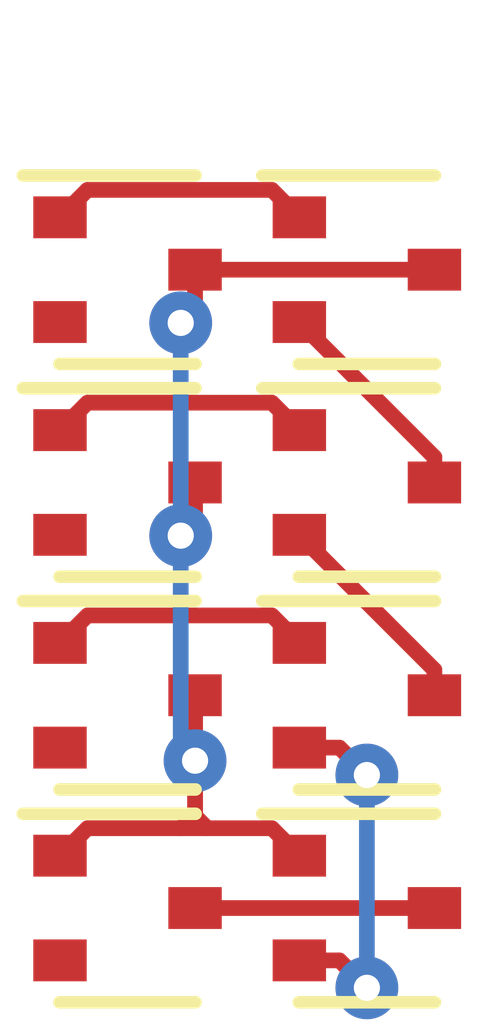
<source format=kicad_pcb>
(kicad_pcb (version 20211014) (generator pcbnew)
  (layers (0 "F.Cu" signal) (31 "B.Cu" signal) (34 "B.Paste" user) (35 "F.Paste" user) (36 "B.SilkS" user "B.Silkscreen") (37 "F.SilkS" user "F.Silkscreen") (38 "B.Mask" user) (39 "F.Mask" user) (44 "Edge.Cuts" user))
  (net 0 "")
  (net 1 "C")
  (net 2 "inter")
  (net 3 "GND")
  (net 4 "B")
  (net 5 "A")
  (net 6 "VCC")
  (net 7 "OUT")
  (net 8 "Net-(P1-Pad3)")
  (net 9 "Net-(P2-Pad3)")
  (footprint "Package_TO_SOT_SMD:SOT-523" (layer "F.Cu") (at 95.758 86.614)
    (fp_text reference "P1" hide)
    (fp_text value "C5148641" hide)
    (fp_line (start -1 -0.9) (end 0.65 -0.9) (layer "F.SilkS") (width 0.12))
    (fp_line (start 0.65 0.9) (end -0.65 0.9) (layer "F.SilkS") (width 0.12))
    (pad "1" smd rect (at -0.645 -0.5 180) (size 0.51 0.4) (layers "F.Cu" "F.Paste" "F.Mask") (net 5 "A"))
    (pad "2" smd rect (at -0.645 0.5 180) (size 0.51 0.4) (layers "F.Cu" "F.Paste" "F.Mask") (net 6 "VCC"))
    (pad "3" smd rect (at 0.645 0 180) (size 0.51 0.4) (layers "F.Cu" "F.Paste" "F.Mask") (net 8 "Net-(P1-Pad3)"))
  )
  (footprint "Package_TO_SOT_SMD:SOT-523" (layer "F.Cu") (at 93.472 86.614)
    (fp_text reference "N1" hide)
    (fp_text value "C2879716" hide)
    (fp_line (start -1 -0.9) (end 0.65 -0.9) (layer "F.SilkS") (width 0.12))
    (fp_line (start 0.65 0.9) (end -0.65 0.9) (layer "F.SilkS") (width 0.12))
    (pad "1" smd rect (at -0.645 -0.5 180) (size 0.51 0.4) (layers "F.Cu" "F.Paste" "F.Mask") (net 5 "A"))
    (pad "2" smd rect (at -0.645 0.5 180) (size 0.51 0.4) (layers "F.Cu" "F.Paste" "F.Mask") (net 3 "GND"))
    (pad "3" smd rect (at 0.645 0 180) (size 0.51 0.4) (layers "F.Cu" "F.Paste" "F.Mask") (net 2 "inter"))
  )
  (footprint "Package_TO_SOT_SMD:SOT-523" (layer "F.Cu") (at 93.472 88.646)
    (fp_text reference "N4" hide)
    (fp_text value "C2879716" hide)
    (fp_line (start 0.65 0.9) (end -0.65 0.9) (layer "F.SilkS") (width 0.12))
    (fp_line (start -1 -0.9) (end 0.65 -0.9) (layer "F.SilkS") (width 0.12))
    (pad "1" smd rect (at -0.645 -0.5 180) (size 0.51 0.4) (layers "F.Cu" "F.Paste" "F.Mask") (net 2 "inter"))
    (pad "2" smd rect (at -0.645 0.5 180) (size 0.51 0.4) (layers "F.Cu" "F.Paste" "F.Mask") (net 3 "GND"))
    (pad "3" smd rect (at 0.645 0 180) (size 0.51 0.4) (layers "F.Cu" "F.Paste" "F.Mask") (net 7 "OUT"))
  )
  (footprint "Package_TO_SOT_SMD:SOT-523" (layer "F.Cu") (at 95.758 88.646)
    (fp_text reference "P4" hide)
    (fp_text value "C5148641" hide)
    (fp_line (start -1 -0.9) (end 0.65 -0.9) (layer "F.SilkS") (width 0.12))
    (fp_line (start 0.65 0.9) (end -0.65 0.9) (layer "F.SilkS") (width 0.12))
    (pad "1" smd rect (at -0.645 -0.5 180) (size 0.51 0.4) (layers "F.Cu" "F.Paste" "F.Mask") (net 2 "inter"))
    (pad "2" smd rect (at -0.645 0.5 180) (size 0.51 0.4) (layers "F.Cu" "F.Paste" "F.Mask") (net 6 "VCC"))
    (pad "3" smd rect (at 0.645 0 180) (size 0.51 0.4) (layers "F.Cu" "F.Paste" "F.Mask") (net 7 "OUT"))
  )
  (footprint "Package_TO_SOT_SMD:SOT-523" (layer "F.Cu") (at 95.758 82.55)
    (fp_text reference "P3" hide)
    (fp_text value "C5148641" hide)
    (fp_line (start 0.65 0.9) (end -0.65 0.9) (layer "F.SilkS") (width 0.12))
    (fp_line (start -1 -0.9) (end 0.65 -0.9) (layer "F.SilkS") (width 0.12))
    (pad "1" smd rect (at -0.645 -0.5 180) (size 0.51 0.4) (layers "F.Cu" "F.Paste" "F.Mask") (net 1 "C"))
    (pad "2" smd rect (at -0.645 0.5 180) (size 0.51 0.4) (layers "F.Cu" "F.Paste" "F.Mask") (net 9 "Net-(P2-Pad3)"))
    (pad "3" smd rect (at 0.645 0 180) (size 0.51 0.4) (layers "F.Cu" "F.Paste" "F.Mask") (net 2 "inter"))
  )
  (footprint "Package_TO_SOT_SMD:SOT-523" (layer "F.Cu") (at 95.758 84.582)
    (fp_text reference "P2" hide)
    (fp_text value "C5148641" hide)
    (fp_line (start 0.65 0.9) (end -0.65 0.9) (layer "F.SilkS") (width 0.12))
    (fp_line (start -1 -0.9) (end 0.65 -0.9) (layer "F.SilkS") (width 0.12))
    (pad "1" smd rect (at -0.645 -0.5 180) (size 0.51 0.4) (layers "F.Cu" "F.Paste" "F.Mask") (net 4 "B"))
    (pad "2" smd rect (at -0.645 0.5 180) (size 0.51 0.4) (layers "F.Cu" "F.Paste" "F.Mask") (net 8 "Net-(P1-Pad3)"))
    (pad "3" smd rect (at 0.645 0 180) (size 0.51 0.4) (layers "F.Cu" "F.Paste" "F.Mask") (net 9 "Net-(P2-Pad3)"))
  )
  (footprint "Package_TO_SOT_SMD:SOT-523" (layer "F.Cu") (at 93.472 84.582)
    (fp_text reference "N2" hide)
    (fp_text value "C2879716" hide)
    (fp_line (start -1 -0.9) (end 0.65 -0.9) (layer "F.SilkS") (width 0.12))
    (fp_line (start 0.65 0.9) (end -0.65 0.9) (layer "F.SilkS") (width 0.12))
    (pad "1" smd rect (at -0.645 -0.5 180) (size 0.51 0.4) (layers "F.Cu" "F.Paste" "F.Mask") (net 4 "B"))
    (pad "2" smd rect (at -0.645 0.5 180) (size 0.51 0.4) (layers "F.Cu" "F.Paste" "F.Mask") (net 3 "GND"))
    (pad "3" smd rect (at 0.645 0 180) (size 0.51 0.4) (layers "F.Cu" "F.Paste" "F.Mask") (net 2 "inter"))
  )
  (footprint "Package_TO_SOT_SMD:SOT-523" (layer "F.Cu") (at 93.472 82.55)
    (fp_text reference "N3" hide)
    (fp_text value "C2879716" hide)
    (fp_line (start -1 -0.9) (end 0.65 -0.9) (layer "F.SilkS") (width 0.12))
    (fp_line (start 0.65 0.9) (end -0.65 0.9) (layer "F.SilkS") (width 0.12))
    (pad "1" smd rect (at -0.645 -0.5 180) (size 0.51 0.4) (layers "F.Cu" "F.Paste" "F.Mask") (net 1 "C"))
    (pad "2" smd rect (at -0.645 0.5 180) (size 0.51 0.4) (layers "F.Cu" "F.Paste" "F.Mask") (net 3 "GND"))
    (pad "3" smd rect (at 0.645 0 180) (size 0.51 0.4) (layers "F.Cu" "F.Paste" "F.Mask") (net 2 "inter"))
  )
  (segment (start 93.089 81.788) (end 92.827 82.05) (width 0.15) (layer "F.Cu") (net 1))
  (segment (start 94.851 81.788) (end 93.089 81.788) (width 0.15) (layer "F.Cu") (net 1))
  (segment (start 95.113 82.05) (end 94.851 81.788) (width 0.15) (layer "F.Cu") (net 1))
  (segment (start 94.117 87.747) (end 93.98 87.884) (width 0.15) (layer "F.Cu") (net 2))
  (segment (start 94.117 86.614) (end 94.117 87.239) (width 0.15) (layer "F.Cu") (net 2))
  (segment (start 94.117 82.921) (end 93.98 83.058) (width 0.15) (layer "F.Cu") (net 2))
  (segment (start 94.117 84.953) (end 93.98 85.09) (width 0.15) (layer "F.Cu") (net 2))
  (segment (start 94.117 87.767) (end 94.234 87.884) (width 0.15) (layer "F.Cu") (net 2))
  (segment (start 94.851 87.884) (end 94.234 87.884) (width 0.15) (layer "F.Cu") (net 2))
  (segment (start 94.117 82.55) (end 96.403 82.55) (width 0.15) (layer "F.Cu") (net 2))
  (segment (start 94.234 87.884) (end 93.98 87.884) (width 0.15) (layer "F.Cu") (net 2))
  (segment (start 95.113 88.146) (end 94.851 87.884) (width 0.15) (layer "F.Cu") (net 2))
  (segment (start 93.089 87.884) (end 92.827 88.146) (width 0.15) (layer "F.Cu") (net 2))
  (segment (start 94.117 84.582) (end 94.117 84.953) (width 0.15) (layer "F.Cu") (net 2))
  (segment (start 94.117 86.614) (end 94.117 87.747) (width 0.15) (layer "F.Cu") (net 2))
  (segment (start 93.98 87.884) (end 93.089 87.884) (width 0.15) (layer "F.Cu") (net 2))
  (segment (start 94.117 87.239) (end 94.117 87.767) (width 0.15) (layer "F.Cu") (net 2))
  (segment (start 94.117 82.55) (end 94.117 82.921) (width 0.15) (layer "F.Cu") (net 2))
  (via (at 93.98 85.09) (size 0.6) (drill 0.25) (layers "F.Cu" "B.Cu") (net 2))
  (via (at 94.117 87.239) (size 0.6) (drill 0.25) (layers "F.Cu" "B.Cu") (net 2))
  (via (at 93.98 83.058) (size 0.6) (drill 0.25) (layers "F.Cu" "B.Cu") (net 2))
  (segment (start 93.98 83.058) (end 93.98 85.09) (width 0.15) (layer "B.Cu") (net 2))
  (segment (start 93.98 87.102) (end 94.117 87.239) (width 0.15) (layer "B.Cu") (net 2))
  (segment (start 93.98 85.09) (end 93.98 87.102) (width 0.15) (layer "B.Cu") (net 2))
  (segment (start 94.851 83.82) (end 93.089 83.82) (width 0.15) (layer "F.Cu") (net 4))
  (segment (start 93.089 83.82) (end 92.827 84.082) (width 0.15) (layer "F.Cu") (net 4))
  (segment (start 95.113 84.082) (end 94.851 83.82) (width 0.15) (layer "F.Cu") (net 4))
  (segment (start 94.851 85.852) (end 93.089 85.852) (width 0.15) (layer "F.Cu") (net 5))
  (segment (start 95.113 86.114) (end 94.851 85.852) (width 0.15) (layer "F.Cu") (net 5))
  (segment (start 93.089 85.852) (end 92.827 86.114) (width 0.15) (layer "F.Cu") (net 5))
  (segment (start 95.113 89.146) (end 95.496 89.146) (width 0.15) (layer "F.Cu") (net 6))
  (segment (start 95.496 89.146) (end 95.758 89.408) (width 0.15) (layer "F.Cu") (net 6))
  (segment (start 95.113 87.114) (end 95.496 87.114) (width 0.15) (layer "F.Cu") (net 6))
  (segment (start 95.496 87.114) (end 95.758 87.376) (width 0.15) (layer "F.Cu") (net 6))
  (via (at 95.758 87.376) (size 0.6) (drill 0.25) (layers "F.Cu" "B.Cu") (net 6))
  (via (at 95.758 89.408) (size 0.6) (drill 0.25) (layers "F.Cu" "B.Cu") (net 6))
  (segment (start 95.758 89.408) (end 95.758 87.376) (width 0.15) (layer "B.Cu") (net 6))
  (segment (start 94.117 88.646) (end 96.403 88.646) (width 0.15) (layer "F.Cu") (net 7))
  (segment (start 96.403 86.372) (end 95.113 85.082) (width 0.15) (layer "F.Cu") (net 8))
  (segment (start 96.403 86.614) (end 96.403 86.372) (width 0.15) (layer "F.Cu") (net 8))
  (segment (start 96.403 84.582) (end 96.403 84.34) (width 0.15) (layer "F.Cu") (net 9))
  (segment (start 96.403 84.34) (end 95.113 83.05) (width 0.15) (layer "F.Cu") (net 9))
)
</source>
